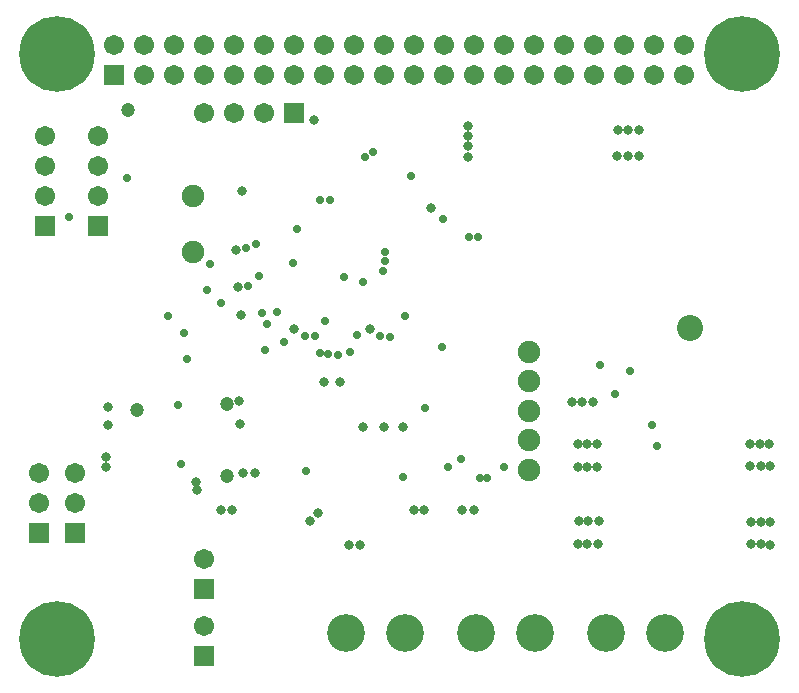
<source format=gbs>
G04 Layer_Color=16711935*
%FSLAX44Y44*%
%MOMM*%
G71*
G01*
G75*
%ADD85C,3.2032*%
%ADD86C,1.9032*%
%ADD87R,1.7032X1.7032*%
%ADD88C,1.7032*%
%ADD89R,1.7032X1.7032*%
%ADD90C,0.8032*%
%ADD91C,6.4032*%
%ADD92C,0.7032*%
%ADD93C,2.2032*%
%ADD94C,1.2032*%
D85*
X355000Y5000D02*
D03*
X405000D02*
D03*
X245000D02*
D03*
X295000D02*
D03*
X465000D02*
D03*
X515000D02*
D03*
D86*
X115000Y375000D02*
D03*
Y327000D02*
D03*
X400000Y168000D02*
D03*
Y243000D02*
D03*
Y218000D02*
D03*
Y193000D02*
D03*
Y143000D02*
D03*
D87*
X35000Y349200D02*
D03*
X-10000Y349600D02*
D03*
X125000Y42000D02*
D03*
Y-15000D02*
D03*
X15000Y89600D02*
D03*
X-15000D02*
D03*
D88*
X35000Y374600D02*
D03*
Y400000D02*
D03*
Y425400D02*
D03*
X-10000Y375000D02*
D03*
Y400400D02*
D03*
Y425800D02*
D03*
X175000Y445000D02*
D03*
X149600D02*
D03*
X124200D02*
D03*
X125000Y67400D02*
D03*
Y10400D02*
D03*
X15000Y140400D02*
D03*
Y115000D02*
D03*
X-15000Y140400D02*
D03*
Y115000D02*
D03*
X48514Y502666D02*
D03*
X73914Y477266D02*
D03*
Y502666D02*
D03*
X99314Y477266D02*
D03*
Y502666D02*
D03*
X124714Y477266D02*
D03*
Y502666D02*
D03*
X150114Y477266D02*
D03*
Y502666D02*
D03*
X175514Y477266D02*
D03*
Y502666D02*
D03*
X200914Y477266D02*
D03*
Y502666D02*
D03*
X226314Y477266D02*
D03*
Y502666D02*
D03*
X251714Y477266D02*
D03*
Y502666D02*
D03*
X277114Y477266D02*
D03*
Y502666D02*
D03*
X302514Y477266D02*
D03*
Y502666D02*
D03*
X327914Y477266D02*
D03*
Y502666D02*
D03*
X353314Y477266D02*
D03*
Y502666D02*
D03*
X378714Y477266D02*
D03*
Y502666D02*
D03*
X404114Y477266D02*
D03*
Y502666D02*
D03*
X429514Y477266D02*
D03*
Y502666D02*
D03*
X454914Y477266D02*
D03*
Y502666D02*
D03*
X480314Y477266D02*
D03*
Y502666D02*
D03*
X505714Y477266D02*
D03*
Y502666D02*
D03*
X531114Y477266D02*
D03*
Y502666D02*
D03*
D89*
X200400Y445000D02*
D03*
X48514Y477266D02*
D03*
D90*
X454000Y200000D02*
D03*
X445000D02*
D03*
X436000D02*
D03*
X218000Y439000D02*
D03*
X317000Y365000D02*
D03*
X348000Y434000D02*
D03*
Y426000D02*
D03*
Y417000D02*
D03*
Y408000D02*
D03*
X475000Y431000D02*
D03*
X484000D02*
D03*
X493000D02*
D03*
X474000Y409000D02*
D03*
X484000D02*
D03*
X493000D02*
D03*
X587000Y165000D02*
D03*
X595000D02*
D03*
X603000D02*
D03*
X587000Y146000D02*
D03*
X596000D02*
D03*
X604000D02*
D03*
X588000Y99000D02*
D03*
X596000D02*
D03*
X604000D02*
D03*
X588000Y80000D02*
D03*
X596000D02*
D03*
X604000Y79000D02*
D03*
X441000Y165000D02*
D03*
X449000D02*
D03*
X457000D02*
D03*
X441000Y145000D02*
D03*
X449000D02*
D03*
X457000D02*
D03*
X442000Y100000D02*
D03*
X450000D02*
D03*
X459000D02*
D03*
X441000Y80000D02*
D03*
X449000D02*
D03*
X458000D02*
D03*
X302000Y109000D02*
D03*
X311000D02*
D03*
X343000D02*
D03*
X353000D02*
D03*
X247000Y79000D02*
D03*
X257000D02*
D03*
X139000Y109000D02*
D03*
X148000D02*
D03*
X118000Y133000D02*
D03*
X119000Y126000D02*
D03*
X214000Y100000D02*
D03*
X221000Y106000D02*
D03*
X158000Y140000D02*
D03*
X168000D02*
D03*
X42000Y154000D02*
D03*
Y145000D02*
D03*
X43000Y196000D02*
D03*
Y181000D02*
D03*
X155000Y182000D02*
D03*
X154000Y201000D02*
D03*
X153000Y298000D02*
D03*
X152000Y329000D02*
D03*
X157000Y379000D02*
D03*
X265000Y262000D02*
D03*
X201000D02*
D03*
X226000Y217000D02*
D03*
X240000D02*
D03*
X259000Y179000D02*
D03*
X277000D02*
D03*
X293000D02*
D03*
X156000Y274000D02*
D03*
D91*
X0Y0D02*
D03*
X580000Y-0D02*
D03*
Y495000D02*
D03*
X0D02*
D03*
D92*
X171000Y307000D02*
D03*
X160000Y331000D02*
D03*
X300000Y392000D02*
D03*
X349000Y340000D02*
D03*
X357000D02*
D03*
X203000Y347000D02*
D03*
X327000Y355000D02*
D03*
X162000Y299000D02*
D03*
X219000Y256000D02*
D03*
X282000Y255000D02*
D03*
X508000Y163000D02*
D03*
X261000Y408000D02*
D03*
X267999Y411999D02*
D03*
X130000Y317000D02*
D03*
X169000Y334000D02*
D03*
X105000Y148000D02*
D03*
X200000Y318000D02*
D03*
X211000Y142000D02*
D03*
X231000Y371000D02*
D03*
X223000D02*
D03*
X174000Y276000D02*
D03*
X127000Y295000D02*
D03*
X192000Y251000D02*
D03*
X186000Y277000D02*
D03*
X178000Y266000D02*
D03*
X108000Y259000D02*
D03*
X94000Y273000D02*
D03*
X10000Y357000D02*
D03*
X312000Y195000D02*
D03*
X342000Y152000D02*
D03*
X223000Y242000D02*
D03*
X230000Y241000D02*
D03*
X248000Y243000D02*
D03*
X237999Y240000D02*
D03*
X460000Y232000D02*
D03*
X473000Y207000D02*
D03*
X504000Y181000D02*
D03*
X485000Y227000D02*
D03*
X278000Y320000D02*
D03*
Y327000D02*
D03*
X227000Y269000D02*
D03*
X210000Y256000D02*
D03*
X176000Y244000D02*
D03*
X326000Y247000D02*
D03*
X276000Y311000D02*
D03*
X295000Y273000D02*
D03*
X254000Y257000D02*
D03*
X243000Y306000D02*
D03*
X259000Y302000D02*
D03*
X274000Y256000D02*
D03*
X331000Y145000D02*
D03*
X379000D02*
D03*
X358000Y136000D02*
D03*
X364000D02*
D03*
X293000Y137000D02*
D03*
X110000Y237000D02*
D03*
X103000Y198000D02*
D03*
X59000Y390000D02*
D03*
X139000Y284000D02*
D03*
D93*
X536000Y263000D02*
D03*
D94*
X144000Y138000D02*
D03*
Y199000D02*
D03*
X68000Y194000D02*
D03*
X60000Y448000D02*
D03*
M02*

</source>
